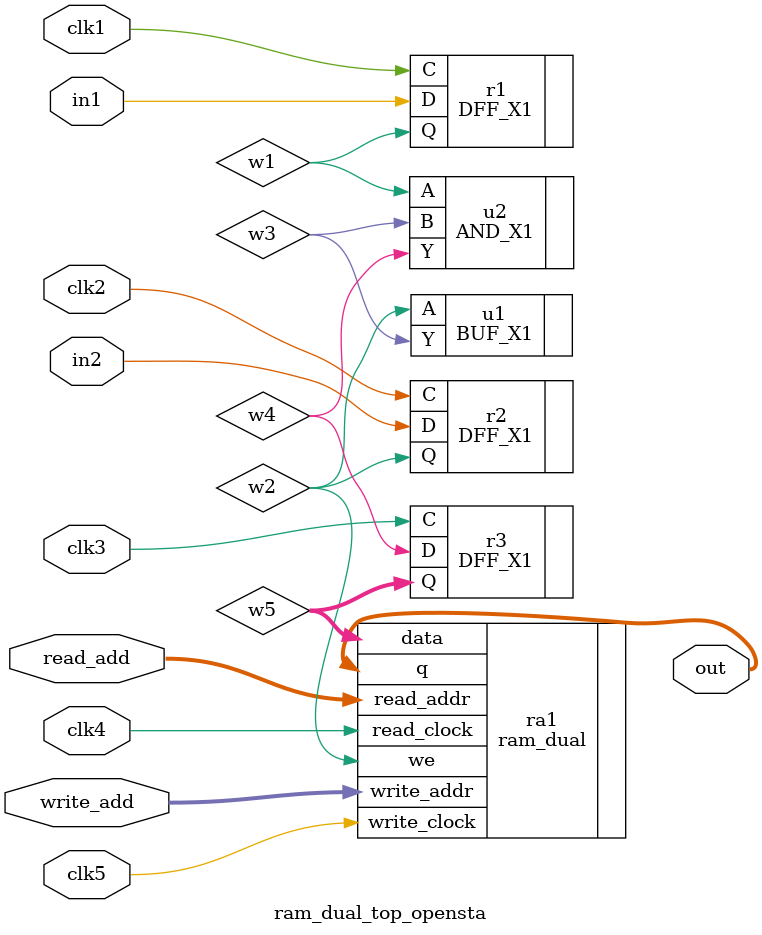
<source format=v>
module ram_dual_top_opensta (in1, in2, clk1, clk2, clk3, clk4, clk5, read_add, write_add, out);
  input in1, in2, clk1, clk2, clk3, clk4, clk5;
  input [5:0] read_add, write_add;
  output [7:0] out;
  wire w1, w2, w3, w4;
  wire [7:0] w5;

  DFF_X1 r1 (.D(in1), .C(clk1), .Q(w1));
  DFF_X1 r2 (.D(in2), .C(clk2), .Q(w2));
  BUF_X1 u1 (.A(w2), .Y(w3));
  AND_X1 u2 (.A(w1), .B(w3), .Y(w4));
  DFF_X1 r3 (.D(w4), .C(clk3), .Q(w5));
  ram_dual ra1 (.data(w5), .read_addr(read_add),.write_addr(write_add),.we(w2),.read_clock(clk4),.write_clock(clk5),.q(out));
endmodule 

</source>
